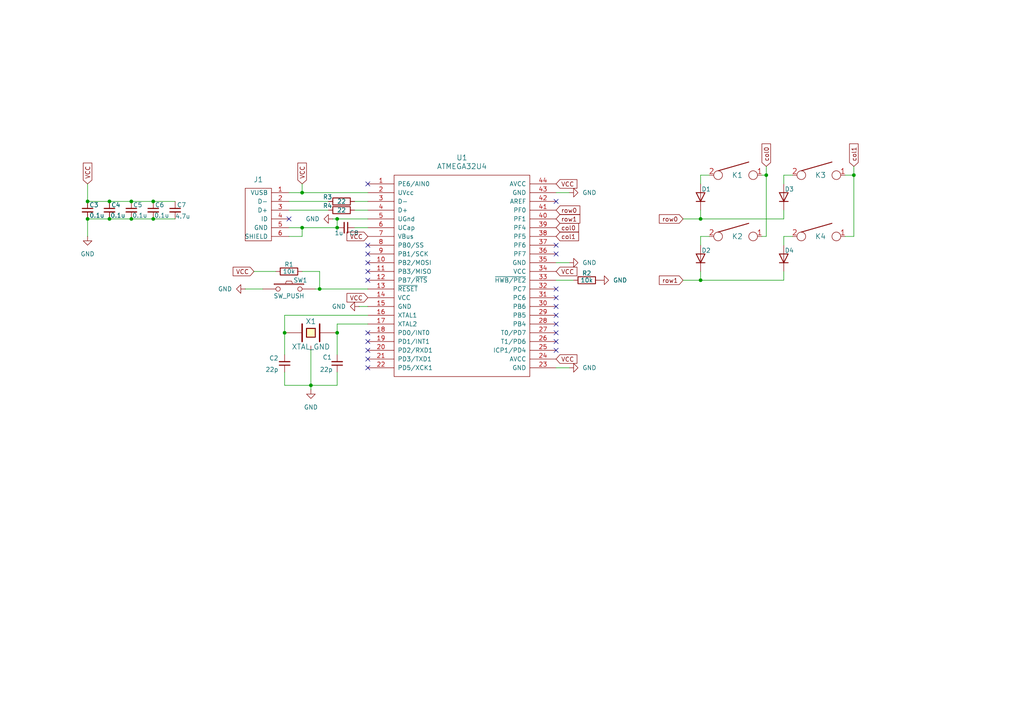
<source format=kicad_sch>
(kicad_sch (version 20231120) (generator "eeschema") (generator_version "8.0")
  (paper "A4")
  (lib_symbols
    (symbol "Device:C_Small" (pin_numbers hide) (pin_names (offset 0.254) hide)
      (property "Reference" "C" (at 0.254 1.778 0))
      (property "Value" "C_Small" (at 0.254 -2.032 0))
      (symbol "C_Small_0_1"
        (polyline (pts (xy -1.524 -0.508) (xy 1.524 -0.508)) (stroke (width 0.3302)))
        (polyline (pts (xy -1.524 0.508) (xy 1.524 0.508)) (stroke (width 0.3048)))
      )
      (symbol "C_Small_1_1"
        (pin passive line (at 0 2.54 270) (length 2.032) (name "~") (number "1"))
        (pin passive line (at 0 -2.54 90) (length 2.032) (name "~") (number "2"))
      )
    )
    (symbol "Device:D" (pin_numbers hide) (pin_names (offset 1.016) hide)
      (property "Reference" "D" (at 0 2.54 0))
      (property "Value" "D" (at 0 -2.54 0))
      (symbol "D_0_1"
        (polyline (pts (xy -1.27 1.27) (xy -1.27 -1.27)) (stroke (width 0.254)))
        (polyline (pts (xy 1.27 0) (xy -1.27 0)))
        (polyline (pts (xy 1.27 1.27) (xy 1.27 -1.27) (xy -1.27 0) (xy 1.27 1.27)) (stroke (width 0.254)))
      )
      (symbol "D_1_1"
        (pin passive line (at -3.81 0 0) (length 2.54) (name "K") (number "1"))
        (pin passive line (at 3.81 0 180) (length 2.54) (name "A") (number "2"))
      )
    )
    (symbol "Device:R" (pin_numbers hide) (pin_names (offset 0))
      (property "Reference" "R" (at 2.032 0 90))
      (property "Value" "R" (at 0 0 90))
      (symbol "R_0_1"
        (rectangle (start -1.016 -2.54) (end 1.016 2.54) (stroke (width 0.254)))
      )
      (symbol "R_1_1"
        (pin passive line (at 0 3.81 270) (length 1.27) (name "~") (number "1"))
        (pin passive line (at 0 -3.81 90) (length 1.27) (name "~") (number "2"))
      )
    )
    (symbol "keyboard_parts:ATMEGA32U4" (pin_names (offset 1.016))
      (property "Reference" "U" (at 0 -31.75 0))
      (property "Value" "ATMEGA32U4" (at 0 31.75 0))
      (symbol "ATMEGA32U4_0_1"
        (rectangle (start 20.32 29.21) (end -19.05 -29.21))
      )
      (symbol "ATMEGA32U4_1_1"
        (pin bidirectional line (at -26.67 26.67 0) (length 7.62) (name "PE6/AIN0") (number "1"))
        (pin bidirectional line (at -26.67 3.81 0) (length 7.62) (name "PB2/MOSI") (number "10"))
        (pin bidirectional line (at -26.67 1.27 0) (length 7.62) (name "PB3/MISO") (number "11"))
        (pin bidirectional line (at -26.67 -1.27 0) (length 7.62) (name "PB7/~{RTS}") (number "12"))
        (pin input line (at -26.67 -3.81 0) (length 7.62) (name "~{RESET}") (number "13"))
        (pin power_in line (at -26.67 -6.35 0) (length 7.62) (name "VCC") (number "14"))
        (pin power_in line (at -26.67 -8.89 0) (length 7.62) (name "GND") (number "15"))
        (pin input line (at -26.67 -11.43 0) (length 7.62) (name "XTAL1") (number "16"))
        (pin output line (at -26.67 -13.97 0) (length 7.62) (name "XTAL2") (number "17"))
        (pin bidirectional line (at -26.67 -16.51 0) (length 7.62) (name "PD0/INT0") (number "18"))
        (pin bidirectional line (at -26.67 -19.05 0) (length 7.62) (name "PD1/INT1") (number "19"))
        (pin power_in line (at -26.67 24.13 0) (length 7.62) (name "UVcc") (number "2"))
        (pin bidirectional line (at -26.67 -21.59 0) (length 7.62) (name "PD2/RXD1") (number "20"))
        (pin bidirectional line (at -26.67 -24.13 0) (length 7.62) (name "PD3/TXD1") (number "21"))
        (pin bidirectional line (at -26.67 -26.67 0) (length 7.62) (name "PD5/XCK1") (number "22"))
        (pin power_in line (at 27.94 -26.67 180) (length 7.62) (name "GND") (number "23"))
        (pin power_in line (at 27.94 -24.13 180) (length 7.62) (name "AVCC") (number "24"))
        (pin bidirectional line (at 27.94 -21.59 180) (length 7.62) (name "ICP1/PD4") (number "25"))
        (pin bidirectional line (at 27.94 -19.05 180) (length 7.62) (name "T1/PD6") (number "26"))
        (pin bidirectional line (at 27.94 -16.51 180) (length 7.62) (name "T0/PD7") (number "27"))
        (pin bidirectional line (at 27.94 -13.97 180) (length 7.62) (name "PB4") (number "28"))
        (pin bidirectional line (at 27.94 -11.43 180) (length 7.62) (name "PB5") (number "29"))
        (pin bidirectional line (at -26.67 21.59 0) (length 7.62) (name "D-") (number "3"))
        (pin bidirectional line (at 27.94 -8.89 180) (length 7.62) (name "PB6") (number "30"))
        (pin bidirectional line (at 27.94 -6.35 180) (length 7.62) (name "PC6") (number "31"))
        (pin bidirectional line (at 27.94 -3.81 180) (length 7.62) (name "PC7") (number "32"))
        (pin bidirectional line (at 27.94 -1.27 180) (length 7.62) (name "~{HWB/PE2}") (number "33"))
        (pin power_in line (at 27.94 1.27 180) (length 7.62) (name "VCC") (number "34"))
        (pin power_in line (at 27.94 3.81 180) (length 7.62) (name "GND") (number "35"))
        (pin bidirectional line (at 27.94 6.35 180) (length 7.62) (name "PF7") (number "36"))
        (pin bidirectional line (at 27.94 8.89 180) (length 7.62) (name "PF6") (number "37"))
        (pin bidirectional line (at 27.94 11.43 180) (length 7.62) (name "PF5") (number "38"))
        (pin bidirectional line (at 27.94 13.97 180) (length 7.62) (name "PF4") (number "39"))
        (pin bidirectional line (at -26.67 19.05 0) (length 7.62) (name "D+") (number "4"))
        (pin bidirectional line (at 27.94 16.51 180) (length 7.62) (name "PF1") (number "40"))
        (pin bidirectional line (at 27.94 19.05 180) (length 7.62) (name "PF0") (number "41"))
        (pin input line (at 27.94 21.59 180) (length 7.62) (name "AREF") (number "42"))
        (pin power_in line (at 27.94 24.13 180) (length 7.62) (name "GND") (number "43"))
        (pin power_in line (at 27.94 26.67 180) (length 7.62) (name "AVCC") (number "44"))
        (pin power_in line (at -26.67 16.51 0) (length 7.62) (name "UGnd") (number "5"))
        (pin input line (at -26.67 13.97 0) (length 7.62) (name "UCap") (number "6"))
        (pin input line (at -26.67 11.43 0) (length 7.62) (name "VBus") (number "7"))
        (pin bidirectional line (at -26.67 8.89 0) (length 7.62) (name "PB0/SS") (number "8"))
        (pin bidirectional line (at -26.67 6.35 0) (length 7.62) (name "PB1/SCK") (number "9"))
      )
    )
    (symbol "keyboard_parts:KEYSW" (pin_names (offset 1.016))
      (property "Reference" "K?" (at -1.27 0 0))
      (symbol "KEYSW_0_1"
        (circle (center -5.08 0) (radius 1.27))
        (polyline (pts (xy -5.08 1.27) (xy 3.81 3.81)) (stroke (width 0.254)))
        (circle (center 5.08 0) (radius 1.27))
      )
      (symbol "KEYSW_1_1"
        (pin passive line (at 7.62 0 180) (length 1.27) (name "~") (number "1"))
        (pin passive line (at -7.62 0 0) (length 1.27) (name "~") (number "2"))
      )
    )
    (symbol "keyboard_parts:SW_PUSH" (pin_numbers hide) (pin_names (offset 1.016) hide)
      (property "Reference" "SW" (at 3.81 2.794 0))
      (property "Value" "SW_PUSH" (at 0 -2.032 0))
      (symbol "SW_PUSH_0_1"
        (rectangle (start -4.318 1.27) (end 4.318 1.524))
        (polyline (pts (xy -1.016 1.524) (xy -0.762 2.286) (xy 0.762 2.286) (xy 1.016 1.524)))
        (pin passive inverted (at -7.62 0 0) (length 5.08) (name "1") (number "1"))
        (pin passive inverted (at 7.62 0 180) (length 5.08) (name "2") (number "2"))
      )
    )
    (symbol "keyboard_parts:USB_mini_micro_B" (pin_names (offset 1.016))
      (property "Reference" "J" (at -10.16 -1.27 0))
      (symbol "USB_mini_micro_B_0_1"
        (rectangle (start -8.89 5.08) (end -1.27 -10.16))
      )
      (symbol "USB_mini_micro_B_1_1"
        (pin power_out line (at 3.81 3.81 180) (length 5.08) (name "VUSB") (number "1"))
        (pin bidirectional line (at 3.81 1.27 180) (length 5.08) (name "D-") (number "2"))
        (pin bidirectional line (at 3.81 -1.27 180) (length 5.08) (name "D+") (number "3"))
        (pin input line (at 3.81 -3.81 180) (length 5.08) (name "ID") (number "4"))
        (pin power_out line (at 3.81 -6.35 180) (length 5.08) (name "GND") (number "5"))
        (pin input line (at 3.81 -8.89 180) (length 5.08) (name "SHIELD") (number "6"))
      )
    )
    (symbol "keyboard_parts:XTAL_GND" (pin_numbers hide) (pin_names (offset 1.016) hide)
      (property "Reference" "X" (at 0 3.81 0))
      (property "Value" "XTAL_GND" (at 0 -3.81 0))
      (symbol "XTAL_GND_0_1"
        (polyline (pts (xy -2.54 2.54) (xy -2.54 -2.54)) (stroke (width 0.4064)))
        (polyline (pts (xy 2.54 2.54) (xy 2.54 -2.54)) (stroke (width 0.4064)))
        (polyline (pts (xy -1.27 1.27) (xy 1.27 1.27) (xy 1.27 -1.27) (xy -1.27 -1.27) (xy -1.27 1.27)) (stroke (width 0.3048)) (fill (type background)))
      )
      (symbol "XTAL_GND_1_1"
        (pin passive line (at -7.62 0 0) (length 5.08) (name "1") (number "1"))
        (pin passive line (at 7.62 0 180) (length 5.08) (name "2") (number "2"))
        (pin passive line (at 0 -5.08 90) (length 1.27) (name "~") (number "3"))
      )
    )
    (symbol "power:GND" (power) (pin_numbers hide) (pin_names (offset 0) hide)
      (property "Value" "GND" (at 0 -3.81 0))
      (symbol "GND_0_1"
        (polyline (pts (xy 0 0) (xy 0 -1.27) (xy 1.27 -1.27) (xy 0 -2.54) (xy -1.27 -1.27) (xy 0 -1.27)))
      )
      (symbol "GND_1_1"
        (pin power_in line (at 0 0 270) (length 0) (name "~") (number "1"))
      )
    )
  )
  (junction (at 38.1 63.5))
  (junction (at 38.1 58.42))
  (junction (at 90.17 111.76))
  (junction (at 31.75 63.5))
  (junction (at 25.4 63.5))
  (junction (at 203.2 81.28))
  (junction (at 97.79 63.5))
  (junction (at 87.63 55.88))
  (junction (at 87.63 66.04))
  (junction (at 31.75 58.42))
  (junction (at 222.25 50.8))
  (junction (at 82.55 96.52))
  (junction (at 97.79 66.04))
  (junction (at 25.4 58.42))
  (junction (at 92.71 83.82))
  (junction (at 44.45 58.42))
  (junction (at 203.2 63.5))
  (junction (at 44.45 63.5))
  (junction (at 247.65 50.8))
  (junction (at 97.79 96.52))
  (no_connect (at 161.29 101.6))
  (no_connect (at 106.68 78.74))
  (no_connect (at 161.29 86.36))
  (no_connect (at 161.29 91.44))
  (no_connect (at 106.68 76.2))
  (no_connect (at 106.68 73.66))
  (no_connect (at 106.68 96.52))
  (no_connect (at 106.68 53.34))
  (no_connect (at 161.29 83.82))
  (no_connect (at 161.29 71.12))
  (no_connect (at 106.68 104.14))
  (no_connect (at 106.68 106.68))
  (no_connect (at 161.29 88.9))
  (no_connect (at 83.82 63.5))
  (no_connect (at 161.29 73.66))
  (no_connect (at 161.29 96.52))
  (no_connect (at 106.68 99.06))
  (no_connect (at 161.29 58.42))
  (no_connect (at 161.29 93.98))
  (no_connect (at 106.68 71.12))
  (no_connect (at 106.68 81.28))
  (no_connect (at 106.68 101.6))
  (no_connect (at 161.29 99.06))
  (wire (pts (xy 83.82 60.96) (xy 95.25 60.96)))
  (wire (pts (xy 227.33 81.28) (xy 227.33 78.74)))
  (wire (pts (xy 247.65 48.26) (xy 247.65 50.8)))
  (wire (pts (xy 247.65 50.8) (xy 247.65 68.58)))
  (wire (pts (xy 91.44 83.82) (xy 92.71 83.82)))
  (wire (pts (xy 227.33 63.5) (xy 227.33 60.96)))
  (wire (pts (xy 203.2 50.8) (xy 205.74 50.8)))
  (wire (pts (xy 97.79 96.52) (xy 97.79 93.98)))
  (wire (pts (xy 87.63 66.04) (xy 97.79 66.04)))
  (wire (pts (xy 82.55 91.44) (xy 82.55 96.52)))
  (wire (pts (xy 83.82 58.42) (xy 95.25 58.42)))
  (wire (pts (xy 90.17 101.6) (xy 90.17 111.76)))
  (wire (pts (xy 97.79 96.52) (xy 97.79 102.87)))
  (wire (pts (xy 227.33 53.34) (xy 227.33 50.8)))
  (wire (pts (xy 247.65 68.58) (xy 245.11 68.58)))
  (wire (pts (xy 203.2 81.28) (xy 227.33 81.28)))
  (wire (pts (xy 31.75 63.5) (xy 38.1 63.5)))
  (wire (pts (xy 73.66 78.74) (xy 80.01 78.74)))
  (wire (pts (xy 25.4 58.42) (xy 31.75 58.42)))
  (wire (pts (xy 161.29 106.68) (xy 165.1 106.68)))
  (wire (pts (xy 203.2 71.12) (xy 203.2 68.58)))
  (wire (pts (xy 227.33 68.58) (xy 229.87 68.58)))
  (wire (pts (xy 97.79 107.95) (xy 97.79 111.76)))
  (wire (pts (xy 161.29 81.28) (xy 166.37 81.28)))
  (wire (pts (xy 90.17 111.76) (xy 90.17 113.03)))
  (wire (pts (xy 161.29 55.88) (xy 165.1 55.88)))
  (wire (pts (xy 220.98 50.8) (xy 222.25 50.8)))
  (wire (pts (xy 92.71 83.82) (xy 106.68 83.82)))
  (wire (pts (xy 222.25 48.26) (xy 222.25 50.8)))
  (wire (pts (xy 198.12 81.28) (xy 203.2 81.28)))
  (wire (pts (xy 82.55 96.52) (xy 82.55 102.87)))
  (wire (pts (xy 102.87 66.04) (xy 106.68 66.04)))
  (wire (pts (xy 44.45 63.5) (xy 50.8 63.5)))
  (wire (pts (xy 97.79 63.5) (xy 97.79 66.04)))
  (wire (pts (xy 222.25 68.58) (xy 220.98 68.58)))
  (wire (pts (xy 102.87 60.96) (xy 106.68 60.96)))
  (wire (pts (xy 102.87 58.42) (xy 106.68 58.42)))
  (wire (pts (xy 203.2 53.34) (xy 203.2 50.8)))
  (wire (pts (xy 245.11 50.8) (xy 247.65 50.8)))
  (wire (pts (xy 203.2 68.58) (xy 205.74 68.58)))
  (wire (pts (xy 87.63 55.88) (xy 106.68 55.88)))
  (wire (pts (xy 71.12 83.82) (xy 76.2 83.82)))
  (wire (pts (xy 97.79 93.98) (xy 106.68 93.98)))
  (wire (pts (xy 82.55 111.76) (xy 82.55 107.95)))
  (wire (pts (xy 25.4 53.34) (xy 25.4 58.42)))
  (wire (pts (xy 203.2 78.74) (xy 203.2 81.28)))
  (wire (pts (xy 38.1 63.5) (xy 44.45 63.5)))
  (wire (pts (xy 222.25 50.8) (xy 222.25 68.58)))
  (wire (pts (xy 90.17 111.76) (xy 82.55 111.76)))
  (wire (pts (xy 87.63 78.74) (xy 92.71 78.74)))
  (wire (pts (xy 83.82 55.88) (xy 87.63 55.88)))
  (wire (pts (xy 203.2 63.5) (xy 227.33 63.5)))
  (wire (pts (xy 25.4 63.5) (xy 25.4 68.58)))
  (wire (pts (xy 227.33 71.12) (xy 227.33 68.58)))
  (wire (pts (xy 203.2 60.96) (xy 203.2 63.5)))
  (wire (pts (xy 106.68 91.44) (xy 82.55 91.44)))
  (wire (pts (xy 83.82 68.58) (xy 87.63 68.58)))
  (wire (pts (xy 25.4 63.5) (xy 31.75 63.5)))
  (wire (pts (xy 87.63 68.58) (xy 87.63 66.04)))
  (wire (pts (xy 31.75 58.42) (xy 38.1 58.42)))
  (wire (pts (xy 161.29 76.2) (xy 165.1 76.2)))
  (wire (pts (xy 44.45 58.42) (xy 50.8 58.42)))
  (wire (pts (xy 227.33 50.8) (xy 229.87 50.8)))
  (wire (pts (xy 38.1 58.42) (xy 44.45 58.42)))
  (wire (pts (xy 87.63 53.34) (xy 87.63 55.88)))
  (wire (pts (xy 92.71 78.74) (xy 92.71 83.82)))
  (wire (pts (xy 97.79 111.76) (xy 90.17 111.76)))
  (wire (pts (xy 83.82 66.04) (xy 87.63 66.04)))
  (wire (pts (xy 104.14 88.9) (xy 106.68 88.9)))
  (wire (pts (xy 96.52 63.5) (xy 97.79 63.5)))
  (wire (pts (xy 97.79 63.5) (xy 106.68 63.5)))
  (wire (pts (xy 198.12 63.5) (xy 203.2 63.5)))
  (global_label "row1" (shape input) (at 161.29 63.5 0) (property "Intersheetrefs" "${INTERSHEET_REFS}" (effects (hide yes))))
  (global_label "col0" (shape input) (at 222.25 48.26 90) (property "Intersheetrefs" "${INTERSHEET_REFS}" (effects (hide yes))))
  (global_label "row1" (shape input) (at 198.12 81.28 180) (property "Intersheetrefs" "${INTERSHEET_REFS}" (effects (hide yes))))
  (global_label "col1" (shape input) (at 247.65 48.26 90) (property "Intersheetrefs" "${INTERSHEET_REFS}" (effects (hide yes))))
  (global_label "VCC" (shape input) (at 87.63 53.34 90) (property "Intersheetrefs" "${INTERSHEET_REFS}" (effects (hide yes))))
  (global_label "row0" (shape input) (at 198.12 63.5 180) (property "Intersheetrefs" "${INTERSHEET_REFS}" (effects (hide yes))))
  (global_label "col1" (shape input) (at 161.29 68.58 0) (property "Intersheetrefs" "${INTERSHEET_REFS}" (effects (hide yes))))
  (global_label "VCC" (shape input) (at 73.66 78.74 180) (property "Intersheetrefs" "${INTERSHEET_REFS}" (effects (hide yes))))
  (global_label "VCC" (shape input) (at 25.4 53.34 90) (property "Intersheetrefs" "${INTERSHEET_REFS}" (effects (hide yes))))
  (global_label "VCC" (shape input) (at 161.29 53.34 0) (property "Intersheetrefs" "${INTERSHEET_REFS}" (effects (hide yes))))
  (global_label "row0" (shape input) (at 161.29 60.96 0) (property "Intersheetrefs" "${INTERSHEET_REFS}" (effects (hide yes))))
  (global_label "col0" (shape input) (at 161.29 66.04 0) (property "Intersheetrefs" "${INTERSHEET_REFS}" (effects (hide yes))))
  (global_label "VCC" (shape input) (at 106.68 86.36 180) (property "Intersheetrefs" "${INTERSHEET_REFS}" (effects (hide yes))))
  (global_label "VCC" (shape input) (at 106.68 68.58 180) (property "Intersheetrefs" "${INTERSHEET_REFS}" (effects (hide yes))))
  (global_label "VCC" (shape input) (at 161.29 104.14 0) (property "Intersheetrefs" "${INTERSHEET_REFS}" (effects (hide yes))))
  (global_label "VCC" (shape input) (at 161.29 78.74 0) (property "Intersheetrefs" "${INTERSHEET_REFS}" (effects (hide yes))))
  (symbol (lib_id "Device:C_Small") (at 44.45 60.96 0) (unit 1)
    (property "Reference" "C6" (at 44.958 59.436 0) (effects (justify left)))
    (property "Value" "0.1u" (at 44.704 62.484 0) (effects (justify left)))
    (property "Footprint" "Capacitor_SMD:C_0805_2012Metric_Pad1.18x1.45mm_HandSolder" (effects (hide yes)))
    (property "Description" "Unpolarized capacitor, small symbol" (effects (hide yes)))
  )
  (symbol (lib_id "power:GND") (at 104.14 88.9 270) (unit 1)
    (property "Reference" "#PWR07" (effects (hide yes)))
    (property "Value" "GND" (at 100.33 88.8999 90) (effects (justify right)))
    (property "Description" "Power symbol creates a global label with name \"GND\" , ground" (effects (hide yes)))
  )
  (symbol (lib_id "Device:R") (at 83.82 78.74 90) (unit 1)
    (property "Reference" "R1" (at 83.82 76.708 90))
    (property "Value" "10k" (at 83.82 78.74 90))
    (property "Footprint" "Resistor_SMD:R_0805_2012Metric_Pad1.20x1.40mm_HandSolder" (effects (hide yes)))
    (property "Description" "Resistor" (effects (hide yes)))
  )
  (symbol (lib_id "power:GND") (at 96.52 63.5 270) (unit 1)
    (property "Reference" "#PWR04" (effects (hide yes)))
    (property "Value" "GND" (at 92.71 63.4999 90) (effects (justify right)))
    (property "Description" "Power symbol creates a global label with name \"GND\" , ground" (effects (hide yes)))
  )
  (symbol (lib_id "keyboard_parts:USB_mini_micro_B") (at 80.01 59.69 0) (unit 1)
    (property "Reference" "J1" (at 74.93 52.07 0) (effects (font (size 1.524 1.524))))
    (property "Value" "USB_mini_micro_B" (effects (hide yes)))
    (property "Footprint" "keyboard_parts:USB_miniB_hirose_5S8" (effects (hide yes)))
  )
  (symbol (lib_id "Device:C_Small") (at 38.1 60.96 0) (unit 1)
    (property "Reference" "C5" (at 38.608 59.436 0) (effects (justify left)))
    (property "Value" "0.1u" (at 38.354 62.484 0) (effects (justify left)))
    (property "Footprint" "Capacitor_SMD:C_0805_2012Metric_Pad1.18x1.45mm_HandSolder" (effects (hide yes)))
    (property "Description" "Unpolarized capacitor, small symbol" (effects (hide yes)))
  )
  (symbol (lib_id "power:GND") (at 165.1 55.88 90) (unit 1)
    (property "Reference" "#PWR05" (effects (hide yes)))
    (property "Value" "GND" (at 168.91 55.8799 90) (effects (justify right)))
    (property "Description" "Power symbol creates a global label with name \"GND\" , ground" (effects (hide yes)))
  )
  (symbol (lib_id "power:GND") (at 90.17 113.03 0) (mirror y) (unit 1)
    (property "Reference" "#PWR01" (effects (hide yes)))
    (property "Value" "GND" (at 90.17 118.11 0))
    (property "Description" "Power symbol creates a global label with name \"GND\" , ground" (effects (hide yes)))
  )
  (symbol (lib_id "keyboard_parts:KEYSW") (at 237.49 68.58 0) (unit 1)
    (property "Reference" "K4" (at 237.998 68.58 0) (effects (font (size 1.524 1.524))))
    (property "Value" "KEYSW" (effects (hide yes)))
    (property "Footprint" "keebs:Mx_Alps_100" (effects (hide yes)))
  )
  (symbol (lib_id "Device:D") (at 203.2 74.93 90) (unit 1)
    (property "Reference" "D2" (at 203.454 72.644 90) (effects (justify right)))
    (property "Value" "D" (effects (hide yes)))
    (property "Footprint" "keyboard_parts:D_SOD123_axial" (effects (hide yes)))
    (property "Description" "Diode" (effects (hide yes)))
    (property "Sim.Device" "D" (effects (hide yes)))
    (property "Sim.Pins" "1=K 2=A" (effects (hide yes)))
  )
  (symbol (lib_id "Device:C_Small") (at 31.75 60.96 0) (unit 1)
    (property "Reference" "C4" (at 32.258 59.436 0) (effects (justify left)))
    (property "Value" "0.1u" (at 32.004 62.484 0) (effects (justify left)))
    (property "Footprint" "Capacitor_SMD:C_0805_2012Metric_Pad1.18x1.45mm_HandSolder" (effects (hide yes)))
    (property "Description" "Unpolarized capacitor, small symbol" (effects (hide yes)))
  )
  (symbol (lib_id "keyboard_parts:XTAL_GND") (at 90.17 96.52 0) (mirror y) (unit 1)
    (property "Reference" "X1" (at 90.17 93.218 0) (effects (font (size 1.524 1.524))))
    (property "Value" "XTAL_GND" (at 90.17 100.584 0) (effects (font (size 1.524 1.524))))
    (property "Footprint" "Crystal:Crystal_SMD_SeikoEpson_FA238-4Pin_3.2x2.5mm" (effects (hide yes)))
  )
  (symbol (lib_id "Device:D") (at 227.33 74.93 90) (unit 1)
    (property "Reference" "D4" (at 227.584 72.644 90) (effects (justify right)))
    (property "Value" "D" (effects (hide yes)))
    (property "Footprint" "keyboard_parts:D_SOD123_axial" (effects (hide yes)))
    (property "Description" "Diode" (effects (hide yes)))
    (property "Sim.Device" "D" (effects (hide yes)))
    (property "Sim.Pins" "1=K 2=A" (effects (hide yes)))
  )
  (symbol (lib_id "power:GND") (at 71.12 83.82 270) (unit 1)
    (property "Reference" "#PWR02" (effects (hide yes)))
    (property "Value" "GND" (at 67.31 83.8199 90) (effects (justify right)))
    (property "Description" "Power symbol creates a global label with name \"GND\" , ground" (effects (hide yes)))
  )
  (symbol (lib_id "Device:R") (at 99.06 60.96 90) (unit 1)
    (property "Reference" "R4" (at 94.996 59.69 90))
    (property "Value" "22" (at 99.06 60.96 90))
    (property "Footprint" "Resistor_SMD:R_0805_2012Metric_Pad1.20x1.40mm_HandSolder" (effects (hide yes)))
    (property "Description" "Resistor" (effects (hide yes)))
  )
  (symbol (lib_id "Device:C_Small") (at 97.79 105.41 0) (mirror x) (unit 1)
    (property "Reference" "C1" (at 96.266 103.632 0) (effects (justify right)))
    (property "Value" "22p" (at 96.52 107.188 0) (effects (justify right)))
    (property "Footprint" "Capacitor_SMD:C_0805_2012Metric_Pad1.18x1.45mm_HandSolder" (effects (hide yes)))
    (property "Description" "Unpolarized capacitor, small symbol" (effects (hide yes)))
  )
  (symbol (lib_id "power:GND") (at 165.1 76.2 90) (unit 1)
    (property "Reference" "#PWR08" (effects (hide yes)))
    (property "Value" "GND" (at 168.91 76.1999 90) (effects (justify right)))
    (property "Description" "Power symbol creates a global label with name \"GND\" , ground" (effects (hide yes)))
  )
  (symbol (lib_id "Device:R") (at 170.18 81.28 90) (unit 1)
    (property "Reference" "R2" (at 170.18 79.248 90))
    (property "Value" "10k" (at 170.18 81.28 90))
    (property "Footprint" "Resistor_SMD:R_0805_2012Metric_Pad1.20x1.40mm_HandSolder" (effects (hide yes)))
    (property "Description" "Resistor" (effects (hide yes)))
  )
  (symbol (lib_id "Device:C_Small") (at 100.33 66.04 270) (unit 1)
    (property "Reference" "C8" (at 101.346 67.564 90) (effects (justify left)))
    (property "Value" "1u" (at 97.028 67.564 90) (effects (justify left)))
    (property "Footprint" "Capacitor_SMD:C_0805_2012Metric_Pad1.18x1.45mm_HandSolder" (effects (hide yes)))
    (property "Description" "Unpolarized capacitor, small symbol" (effects (hide yes)))
  )
  (symbol (lib_id "Device:C_Small") (at 82.55 105.41 0) (mirror x) (unit 1)
    (property "Reference" "C2" (at 80.772 103.886 0) (effects (justify right)))
    (property "Value" "22p" (at 80.772 107.188 0) (effects (justify right)))
    (property "Footprint" "Capacitor_SMD:C_0805_2012Metric_Pad1.18x1.45mm_HandSolder" (effects (hide yes)))
    (property "Description" "Unpolarized capacitor, small symbol" (effects (hide yes)))
  )
  (symbol (lib_id "Device:C_Small") (at 50.8 60.96 0) (unit 1)
    (property "Reference" "C7" (at 51.308 59.436 0) (effects (justify left)))
    (property "Value" "4.7u" (at 50.8 62.738 0) (effects (justify left)))
    (property "Footprint" "Capacitor_SMD:C_0805_2012Metric_Pad1.18x1.45mm_HandSolder" (effects (hide yes)))
    (property "Description" "Unpolarized capacitor, small symbol" (effects (hide yes)))
  )
  (symbol (lib_id "power:GND") (at 173.99 81.28 90) (unit 1)
    (property "Reference" "#PWR06" (effects (hide yes)))
    (property "Value" "GND" (at 177.8 81.2799 90) (effects (justify right)))
    (property "Description" "Power symbol creates a global label with name \"GND\" , ground" (effects (hide yes)))
  )
  (symbol (lib_id "power:GND") (at 25.4 68.58 0) (unit 1)
    (property "Reference" "#PWR03" (effects (hide yes)))
    (property "Value" "GND" (at 25.4 73.66 0))
    (property "Description" "Power symbol creates a global label with name \"GND\" , ground" (effects (hide yes)))
  )
  (symbol (lib_id "keyboard_parts:SW_PUSH") (at 83.82 83.82 0) (unit 1)
    (property "Reference" "SW1" (at 87.122 81.28 0))
    (property "Value" "SW_PUSH" (at 83.82 85.852 0))
    (property "Footprint" "Button_Switch_SMD:SW_SPST_TL3342" (effects (hide yes)))
  )
  (symbol (lib_id "Device:D") (at 227.33 57.15 90) (unit 1)
    (property "Reference" "D3" (at 227.584 54.864 90) (effects (justify right)))
    (property "Value" "D" (effects (hide yes)))
    (property "Footprint" "keyboard_parts:D_SOD123_axial" (effects (hide yes)))
    (property "Description" "Diode" (effects (hide yes)))
    (property "Sim.Device" "D" (effects (hide yes)))
    (property "Sim.Pins" "1=K 2=A" (effects (hide yes)))
  )
  (symbol (lib_id "Device:R") (at 99.06 58.42 90) (unit 1)
    (property "Reference" "R3" (at 94.996 57.15 90))
    (property "Value" "22" (at 99.06 58.42 90))
    (property "Footprint" "Resistor_SMD:R_0805_2012Metric_Pad1.20x1.40mm_HandSolder" (effects (hide yes)))
    (property "Description" "Resistor" (effects (hide yes)))
  )
  (symbol (lib_id "power:GND") (at 165.1 106.68 90) (unit 1)
    (property "Reference" "#PWR010" (effects (hide yes)))
    (property "Value" "GND" (at 168.91 106.6799 90) (effects (justify right)))
    (property "Description" "Power symbol creates a global label with name \"GND\" , ground" (effects (hide yes)))
  )
  (symbol (lib_id "keyboard_parts:KEYSW") (at 213.36 68.58 0) (unit 1)
    (property "Reference" "K2" (at 213.868 68.58 0) (effects (font (size 1.524 1.524))))
    (property "Value" "KEYSW" (effects (hide yes)))
    (property "Footprint" "keebs:Mx_Alps_100" (effects (hide yes)))
  )
  (symbol (lib_id "Device:D") (at 203.2 57.15 90) (unit 1)
    (property "Reference" "D1" (at 203.454 54.864 90) (effects (justify right)))
    (property "Value" "D" (effects (hide yes)))
    (property "Footprint" "keyboard_parts:D_SOD123_axial" (effects (hide yes)))
    (property "Description" "Diode" (effects (hide yes)))
    (property "Sim.Device" "D" (effects (hide yes)))
    (property "Sim.Pins" "1=K 2=A" (effects (hide yes)))
  )
  (symbol (lib_id "keyboard_parts:ATMEGA32U4") (at 133.35 80.01 0) (unit 1)
    (property "Reference" "U1" (at 133.985 45.72 0) (effects (font (size 1.524 1.524))))
    (property "Value" "ATMEGA32U4" (at 133.985 48.26 0) (effects (font (size 1.524 1.524))))
    (property "Footprint" "Package_QFP:TQFP-44_10x10mm_P0.8mm" (effects (hide yes)))
  )
  (symbol (lib_id "keyboard_parts:KEYSW") (at 237.49 50.8 0) (unit 1)
    (property "Reference" "K3" (at 237.998 50.8 0) (effects (font (size 1.524 1.524))))
    (property "Value" "KEYSW" (effects (hide yes)))
    (property "Footprint" "keebs:Mx_Alps_100" (effects (hide yes)))
  )
  (symbol (lib_id "Device:C_Small") (at 25.4 60.96 0) (unit 1)
    (property "Reference" "C3" (at 25.908 59.436 0) (effects (justify left)))
    (property "Value" "0.1u" (at 25.908 62.484 0) (effects (justify left)))
    (property "Footprint" "Capacitor_SMD:C_0805_2012Metric_Pad1.18x1.45mm_HandSolder" (effects (hide yes)))
    (property "Description" "Unpolarized capacitor, small symbol" (effects (hide yes)))
  )
  (symbol (lib_id "keyboard_parts:KEYSW") (at 213.36 50.8 0) (unit 1)
    (property "Reference" "K1" (at 213.868 50.8 0) (effects (font (size 1.524 1.524))))
    (property "Value" "KEYSW" (effects (hide yes)))
    (property "Footprint" "keebs:Mx_Alps_100" (effects (hide yes)))
  )
)
</source>
